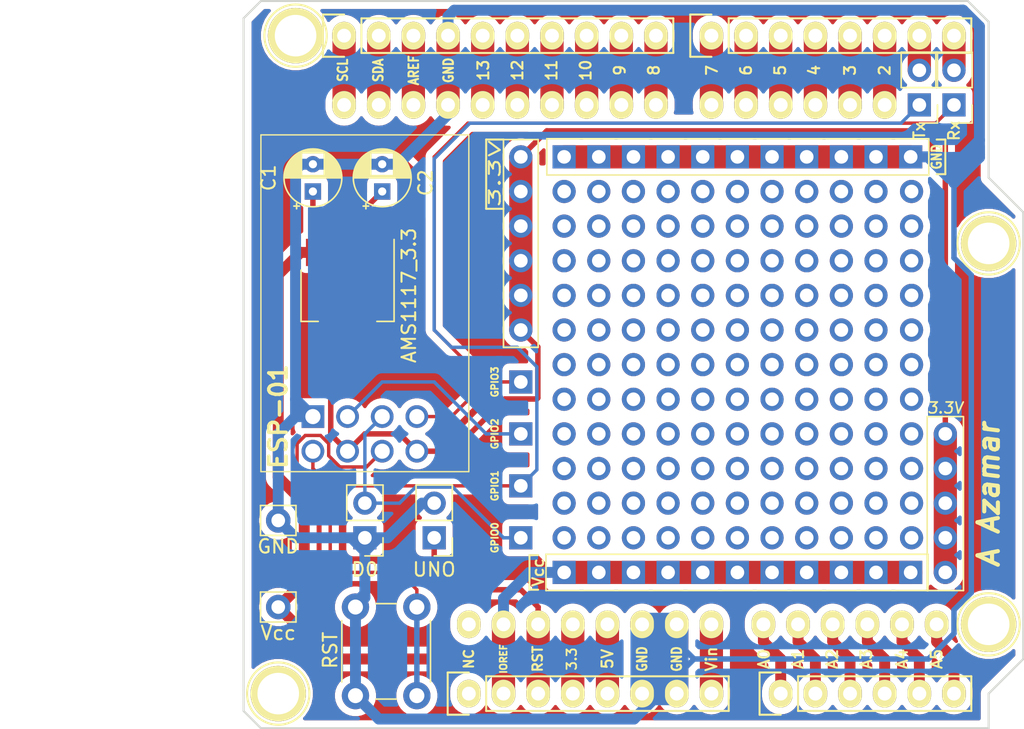
<source format=kicad_pcb>
(kicad_pcb (version 20171130) (host pcbnew "(5.1.10)-1")
  (title_block (date "lun. 30 mars 2015"))
  (layers (0 F.Cu signal hide) (31 B.Cu signal hide) (34 B.Paste user) (35 F.Paste user) (36 B.SilkS user) (37 F.SilkS user) (38 B.Mask user) (39 F.Mask user) (44 Edge.Cuts user))
  (net 0 "")
  (net 1 /IOREF)
  (net 2 /Reset)
  (net 3 +5V)
  (net 4 GND)
  (net 5 /Vin)
  (net 6 /A0)
  (net 7 /A1)
  (net 8 /A2)
  (net 9 /A3)
  (net 10 /AREF)
  (net 11 "/A4(SDA)")
  (net 12 "/A5(SCL)")
  (net 13 "/9(**)")
  (net 14 /8)
  (net 15 /7)
  (net 16 "/6(**)")
  (net 17 "/5(**)")
  (net 18 /4)
  (net 19 "/3(**)")
  (net 20 /2)
  (net 21 "/1(Tx)")
  (net 22 "/0(Rx)")
  (net 23 "Net-(P5-Pad1)")
  (net 24 "Net-(P6-Pad1)")
  (net 25 "Net-(P7-Pad1)")
  (net 26 "Net-(P8-Pad1)")
  (net 27 "/13(SCK)")
  (net 28 "/10(**/SS)")
  (net 29 "Net-(P1-Pad1)")
  (net 30 +3V3)
  (net 31 "/12(MISO)")
  (net 32 "/11(**/MOSI)")
  (net 33 /3.3V)
  (net 34 /GPIO0)
  (net 35 /GPIO1)
  (net 36 /GPIO2)
  (net 37 /GPIO3)
  (net 38 "Net-(IC1-Pad7)")
  (net 39 "Net-(P9-Pad1)")
  (net 40 /SCL)
  (net 41 /SDA)
  (net 42 "Net-(J2-Pad1)")
  (net 43 "Net-(J2-Pad2)")
  (net 44 "Net-(J2-Pad3)")
  (net 45 "Net-(J2-Pad4)")
  (net 46 "Net-(J2-Pad5)")
  (net 47 "Net-(J2-Pad6)")
  (net 48 "Net-(J2-Pad7)")
  (net 49 "Net-(J2-Pad8)")
  (net 50 "Net-(J2-Pad9)")
  (net 51 "Net-(J2-Pad10)")
  (net 52 "Net-(J2-Pad11)")
  (net 53 "Net-(J3-Pad1)")
  (net 54 "Net-(J3-Pad2)")
  (net 55 "Net-(J3-Pad3)")
  (net 56 "Net-(J3-Pad4)")
  (net 57 "Net-(J3-Pad5)")
  (net 58 "Net-(J3-Pad6)")
  (net 59 "Net-(J3-Pad7)")
  (net 60 "Net-(J3-Pad8)")
  (net 61 "Net-(J3-Pad9)")
  (net 62 "Net-(J3-Pad10)")
  (net 63 "Net-(J3-Pad11)")
  (net 64 "Net-(J5-Pad1)")
  (net 65 "Net-(J5-Pad2)")
  (net 66 "Net-(J5-Pad3)")
  (net 67 "Net-(J5-Pad4)")
  (net 68 "Net-(J5-Pad5)")
  (net 69 "Net-(J5-Pad6)")
  (net 70 "Net-(J5-Pad7)")
  (net 71 "Net-(J5-Pad8)")
  (net 72 "Net-(J5-Pad9)")
  (net 73 "Net-(J5-Pad10)")
  (net 74 "Net-(J5-Pad11)")
  (net 75 "Net-(J6-Pad1)")
  (net 76 "Net-(J6-Pad2)")
  (net 77 "Net-(J6-Pad3)")
  (net 78 "Net-(J6-Pad4)")
  (net 79 "Net-(J6-Pad5)")
  (net 80 "Net-(J6-Pad6)")
  (net 81 "Net-(J6-Pad7)")
  (net 82 "Net-(J6-Pad8)")
  (net 83 "Net-(J6-Pad9)")
  (net 84 "Net-(J6-Pad10)")
  (net 85 "Net-(J6-Pad11)")
  (net 86 "Net-(J7-Pad1)")
  (net 87 "Net-(J7-Pad2)")
  (net 88 "Net-(J7-Pad3)")
  (net 89 "Net-(J7-Pad4)")
  (net 90 "Net-(J7-Pad5)")
  (net 91 "Net-(J7-Pad6)")
  (net 92 "Net-(J7-Pad7)")
  (net 93 "Net-(J7-Pad8)")
  (net 94 "Net-(J7-Pad9)")
  (net 95 "Net-(J7-Pad10)")
  (net 96 "Net-(J7-Pad11)")
  (net 97 "Net-(J8-Pad1)")
  (net 98 "Net-(J8-Pad2)")
  (net 99 "Net-(J8-Pad3)")
  (net 100 "Net-(J8-Pad4)")
  (net 101 "Net-(J8-Pad5)")
  (net 102 "Net-(J8-Pad6)")
  (net 103 "Net-(J8-Pad7)")
  (net 104 "Net-(J8-Pad8)")
  (net 105 "Net-(J8-Pad9)")
  (net 106 "Net-(J8-Pad10)")
  (net 107 "Net-(J8-Pad11)")
  (net 108 "Net-(J9-Pad1)")
  (net 109 "Net-(J9-Pad2)")
  (net 110 "Net-(J9-Pad3)")
  (net 111 "Net-(J9-Pad4)")
  (net 112 "Net-(J9-Pad5)")
  (net 113 "Net-(J9-Pad6)")
  (net 114 "Net-(J9-Pad7)")
  (net 115 "Net-(J9-Pad8)")
  (net 116 "Net-(J9-Pad9)")
  (net 117 "Net-(J9-Pad10)")
  (net 118 "Net-(J9-Pad11)")
  (net 119 "Net-(J10-Pad1)")
  (net 120 "Net-(J10-Pad2)")
  (net 121 "Net-(J10-Pad3)")
  (net 122 "Net-(J10-Pad4)")
  (net 123 "Net-(J10-Pad5)")
  (net 124 "Net-(J10-Pad6)")
  (net 125 "Net-(J10-Pad7)")
  (net 126 "Net-(J10-Pad8)")
  (net 127 "Net-(J10-Pad9)")
  (net 128 "Net-(J10-Pad10)")
  (net 129 "Net-(J10-Pad11)")
  (net 130 "Net-(J11-Pad1)")
  (net 131 "Net-(J11-Pad2)")
  (net 132 "Net-(J11-Pad3)")
  (net 133 "Net-(J11-Pad4)")
  (net 134 "Net-(J11-Pad5)")
  (net 135 "Net-(J11-Pad6)")
  (net 136 "Net-(J11-Pad7)")
  (net 137 "Net-(J11-Pad8)")
  (net 138 "Net-(J11-Pad9)")
  (net 139 "Net-(J11-Pad10)")
  (net 140 "Net-(J11-Pad11)")
  (net 141 "Net-(J12-Pad1)")
  (net 142 "Net-(J12-Pad2)")
  (net 143 "Net-(J12-Pad3)")
  (net 144 "Net-(J12-Pad4)")
  (net 145 "Net-(J12-Pad5)")
  (net 146 "Net-(J12-Pad6)")
  (net 147 "Net-(J12-Pad7)")
  (net 148 "Net-(J12-Pad8)")
  (net 149 "Net-(J12-Pad9)")
  (net 150 "Net-(J12-Pad10)")
  (net 151 "Net-(J12-Pad11)")
  (net 152 "Net-(J13-Pad1)")
  (net 153 "Net-(J13-Pad2)")
  (net 154 "Net-(J13-Pad3)")
  (net 155 "Net-(J13-Pad4)")
  (net 156 "Net-(J13-Pad5)")
  (net 157 "Net-(J13-Pad6)")
  (net 158 "Net-(J13-Pad7)")
  (net 159 "Net-(J13-Pad8)")
  (net 160 "Net-(J13-Pad9)")
  (net 161 "Net-(J13-Pad10)")
  (net 162 "Net-(J13-Pad11)")
  (module Connectors:PinHeader_1x05_P2.54mm_Vertical (layer F.Cu) (at 173.863 104.775)
    (fp_text reference GND2)
    (fp_text value Conn_01x05)
    (pad 1 thru_hole oval (at 0 0) (size 1.7 1.7) (drill 1) (layers *.Cu *.Mask) (net 33 /3.3V))
    (pad 2 thru_hole oval (at 0 2.54) (size 1.7 1.7) (drill 1) (layers *.Cu *.Mask) (net 33 /3.3V))
    (pad 3 thru_hole oval (at 0 5.08) (size 1.7 1.7) (drill 1) (layers *.Cu *.Mask) (net 33 /3.3V))
    (pad 4 thru_hole oval (at 0 7.62) (size 1.7 1.7) (drill 1) (layers *.Cu *.Mask) (net 33 /3.3V))
    (pad 5 thru_hole oval (at 0 10.16) (size 1.7 1.7) (drill 1) (layers *.Cu *.Mask) (net 33 /3.3V))
  )
  (module Connectors:Pin11 (layer F.Cu) (at 171.388001 86.995)
    (fp_text reference J13)
    (fp_text value Conn_01x11)
    (pad 1 thru_hole circle (at 0 0) (size 1.7 1.7) (drill 1) (layers *.Cu *.Mask) (net 152 "Net-(J13-Pad1)"))
    (pad 2 thru_hole oval (at 0 2.54) (size 1.7 1.7) (drill 1) (layers *.Cu *.Mask) (net 153 "Net-(J13-Pad2)"))
    (pad 3 thru_hole oval (at 0 5.08) (size 1.7 1.7) (drill 1) (layers *.Cu *.Mask) (net 154 "Net-(J13-Pad3)"))
    (pad 4 thru_hole oval (at 0 7.62) (size 1.7 1.7) (drill 1) (layers *.Cu *.Mask) (net 155 "Net-(J13-Pad4)"))
    (pad 5 thru_hole oval (at 0 10.16) (size 1.7 1.7) (drill 1) (layers *.Cu *.Mask) (net 156 "Net-(J13-Pad5)"))
    (pad 6 thru_hole oval (at 0 12.7) (size 1.7 1.7) (drill 1) (layers *.Cu *.Mask) (net 157 "Net-(J13-Pad6)"))
    (pad 7 thru_hole oval (at 0 15.24) (size 1.7 1.7) (drill 1) (layers *.Cu *.Mask) (net 158 "Net-(J13-Pad7)"))
    (pad 8 thru_hole oval (at 0 17.78) (size 1.7 1.7) (drill 1) (layers *.Cu *.Mask) (net 159 "Net-(J13-Pad8)"))
    (pad 9 thru_hole oval (at 0 20.32) (size 1.7 1.7) (drill 1) (layers *.Cu *.Mask) (net 160 "Net-(J13-Pad9)"))
    (pad 10 thru_hole oval (at 0 22.86) (size 1.7 1.7) (drill 1) (layers *.Cu *.Mask) (net 161 "Net-(J13-Pad10)"))
    (pad 11 thru_hole oval (at 0 25.4) (size 1.7 1.7) (drill 1) (layers *.Cu *.Mask) (net 162 "Net-(J13-Pad11)"))
  )
  (module Connectors:Pin11 (layer F.Cu) (at 168.783 86.995)
    (fp_text reference J12)
    (fp_text value Conn_01x11)
    (pad 1 thru_hole circle (at 0 0) (size 1.7 1.7) (drill 1) (layers *.Cu *.Mask) (net 141 "Net-(J12-Pad1)"))
    (pad 2 thru_hole oval (at 0 2.54) (size 1.7 1.7) (drill 1) (layers *.Cu *.Mask) (net 142 "Net-(J12-Pad2)"))
    (pad 3 thru_hole oval (at 0 5.08) (size 1.7 1.7) (drill 1) (layers *.Cu *.Mask) (net 143 "Net-(J12-Pad3)"))
    (pad 4 thru_hole oval (at 0 7.62) (size 1.7 1.7) (drill 1) (layers *.Cu *.Mask) (net 144 "Net-(J12-Pad4)"))
    (pad 5 thru_hole oval (at 0 10.16) (size 1.7 1.7) (drill 1) (layers *.Cu *.Mask) (net 145 "Net-(J12-Pad5)"))
    (pad 6 thru_hole oval (at 0 12.7) (size 1.7 1.7) (drill 1) (layers *.Cu *.Mask) (net 146 "Net-(J12-Pad6)"))
    (pad 7 thru_hole oval (at 0 15.24) (size 1.7 1.7) (drill 1) (layers *.Cu *.Mask) (net 147 "Net-(J12-Pad7)"))
    (pad 8 thru_hole oval (at 0 17.78) (size 1.7 1.7) (drill 1) (layers *.Cu *.Mask) (net 148 "Net-(J12-Pad8)"))
    (pad 9 thru_hole oval (at 0 20.32) (size 1.7 1.7) (drill 1) (layers *.Cu *.Mask) (net 149 "Net-(J12-Pad9)"))
    (pad 10 thru_hole oval (at 0 22.86) (size 1.7 1.7) (drill 1) (layers *.Cu *.Mask) (net 150 "Net-(J12-Pad10)"))
    (pad 11 thru_hole oval (at 0 25.4) (size 1.7 1.7) (drill 1) (layers *.Cu *.Mask) (net 151 "Net-(J12-Pad11)"))
  )
  (module Connectors:Pin11 (layer F.Cu) (at 166.243 86.995)
    (fp_text reference J11)
    (fp_text value Conn_01x11)
    (pad 1 thru_hole circle (at 0 0) (size 1.7 1.7) (drill 1) (layers *.Cu *.Mask) (net 130 "Net-(J11-Pad1)"))
    (pad 2 thru_hole oval (at 0 2.54) (size 1.7 1.7) (drill 1) (layers *.Cu *.Mask) (net 131 "Net-(J11-Pad2)"))
    (pad 3 thru_hole oval (at 0 5.08) (size 1.7 1.7) (drill 1) (layers *.Cu *.Mask) (net 132 "Net-(J11-Pad3)"))
    (pad 4 thru_hole oval (at 0 7.62) (size 1.7 1.7) (drill 1) (layers *.Cu *.Mask) (net 133 "Net-(J11-Pad4)"))
    (pad 5 thru_hole oval (at 0 10.16) (size 1.7 1.7) (drill 1) (layers *.Cu *.Mask) (net 134 "Net-(J11-Pad5)"))
    (pad 6 thru_hole oval (at 0 12.7) (size 1.7 1.7) (drill 1) (layers *.Cu *.Mask) (net 135 "Net-(J11-Pad6)"))
    (pad 7 thru_hole oval (at 0 15.24) (size 1.7 1.7) (drill 1) (layers *.Cu *.Mask) (net 136 "Net-(J11-Pad7)"))
    (pad 8 thru_hole oval (at 0 17.78) (size 1.7 1.7) (drill 1) (layers *.Cu *.Mask) (net 137 "Net-(J11-Pad8)"))
    (pad 9 thru_hole oval (at 0 20.32) (size 1.7 1.7) (drill 1) (layers *.Cu *.Mask) (net 138 "Net-(J11-Pad9)"))
    (pad 10 thru_hole oval (at 0 22.86) (size 1.7 1.7) (drill 1) (layers *.Cu *.Mask) (net 139 "Net-(J11-Pad10)"))
    (pad 11 thru_hole oval (at 0 25.4) (size 1.7 1.7) (drill 1) (layers *.Cu *.Mask) (net 140 "Net-(J11-Pad11)"))
  )
  (module Connectors:Pin11 (layer F.Cu) (at 163.703 86.995)
    (fp_text reference J10)
    (fp_text value Conn_01x11)
    (pad 1 thru_hole circle (at 0 0) (size 1.7 1.7) (drill 1) (layers *.Cu *.Mask) (net 119 "Net-(J10-Pad1)"))
    (pad 2 thru_hole oval (at 0 2.54) (size 1.7 1.7) (drill 1) (layers *.Cu *.Mask) (net 120 "Net-(J10-Pad2)"))
    (pad 3 thru_hole oval (at 0 5.08) (size 1.7 1.7) (drill 1) (layers *.Cu *.Mask) (net 121 "Net-(J10-Pad3)"))
    (pad 4 thru_hole oval (at 0 7.62) (size 1.7 1.7) (drill 1) (layers *.Cu *.Mask) (net 122 "Net-(J10-Pad4)"))
    (pad 5 thru_hole oval (at 0 10.16) (size 1.7 1.7) (drill 1) (layers *.Cu *.Mask) (net 123 "Net-(J10-Pad5)"))
    (pad 6 thru_hole oval (at 0 12.7) (size 1.7 1.7) (drill 1) (layers *.Cu *.Mask) (net 124 "Net-(J10-Pad6)"))
    (pad 7 thru_hole oval (at 0 15.24) (size 1.7 1.7) (drill 1) (layers *.Cu *.Mask) (net 125 "Net-(J10-Pad7)"))
    (pad 8 thru_hole oval (at 0 17.78) (size 1.7 1.7) (drill 1) (layers *.Cu *.Mask) (net 126 "Net-(J10-Pad8)"))
    (pad 9 thru_hole oval (at 0 20.32) (size 1.7 1.7) (drill 1) (layers *.Cu *.Mask) (net 127 "Net-(J10-Pad9)"))
    (pad 10 thru_hole oval (at 0 22.86) (size 1.7 1.7) (drill 1) (layers *.Cu *.Mask) (net 128 "Net-(J10-Pad10)"))
    (pad 11 thru_hole oval (at 0 25.4) (size 1.7 1.7) (drill 1) (layers *.Cu *.Mask) (net 129 "Net-(J10-Pad11)"))
  )
  (module Connectors:Pin11 (layer F.Cu) (at 161.163 86.995)
    (fp_text reference J9)
    (fp_text value Conn_01x11)
    (pad 1 thru_hole circle (at 0 0) (size 1.7 1.7) (drill 1) (layers *.Cu *.Mask) (net 108 "Net-(J9-Pad1)"))
    (pad 2 thru_hole oval (at 0 2.54) (size 1.7 1.7) (drill 1) (layers *.Cu *.Mask) (net 109 "Net-(J9-Pad2)"))
    (pad 3 thru_hole oval (at 0 5.08) (size 1.7 1.7) (drill 1) (layers *.Cu *.Mask) (net 110 "Net-(J9-Pad3)"))
    (pad 4 thru_hole oval (at 0 7.62) (size 1.7 1.7) (drill 1) (layers *.Cu *.Mask) (net 111 "Net-(J9-Pad4)"))
    (pad 5 thru_hole oval (at 0 10.16) (size 1.7 1.7) (drill 1) (layers *.Cu *.Mask) (net 112 "Net-(J9-Pad5)"))
    (pad 6 thru_hole oval (at 0 12.7) (size 1.7 1.7) (drill 1) (layers *.Cu *.Mask) (net 113 "Net-(J9-Pad6)"))
    (pad 7 thru_hole oval (at 0 15.24) (size 1.7 1.7) (drill 1) (layers *.Cu *.Mask) (net 114 "Net-(J9-Pad7)"))
    (pad 8 thru_hole oval (at 0 17.78) (size 1.7 1.7) (drill 1) (layers *.Cu *.Mask) (net 115 "Net-(J9-Pad8)"))
    (pad 9 thru_hole oval (at 0 20.32) (size 1.7 1.7) (drill 1) (layers *.Cu *.Mask) (net 116 "Net-(J9-Pad9)"))
    (pad 10 thru_hole oval (at 0 22.86) (size 1.7 1.7) (drill 1) (layers *.Cu *.Mask) (net 117 "Net-(J9-Pad10)"))
    (pad 11 thru_hole oval (at 0 25.4) (size 1.7 1.7) (drill 1) (layers *.Cu *.Mask) (net 118 "Net-(J9-Pad11)"))
  )
  (module Connectors:Pin11 (layer F.Cu) (at 158.623 86.995)
    (fp_text reference J8)
    (fp_text value Conn_01x11)
    (pad 1 thru_hole circle (at 0 0) (size 1.7 1.7) (drill 1) (layers *.Cu *.Mask) (net 97 "Net-(J8-Pad1)"))
    (pad 2 thru_hole oval (at 0 2.54) (size 1.7 1.7) (drill 1) (layers *.Cu *.Mask) (net 98 "Net-(J8-Pad2)"))
    (pad 3 thru_hole oval (at 0 5.08) (size 1.7 1.7) (drill 1) (layers *.Cu *.Mask) (net 99 "Net-(J8-Pad3)"))
    (pad 4 thru_hole oval (at 0 7.62) (size 1.7 1.7) (drill 1) (layers *.Cu *.Mask) (net 100 "Net-(J8-Pad4)"))
    (pad 5 thru_hole oval (at 0 10.16) (size 1.7 1.7) (drill 1) (layers *.Cu *.Mask) (net 101 "Net-(J8-Pad5)"))
    (pad 6 thru_hole oval (at 0 12.7) (size 1.7 1.7) (drill 1) (layers *.Cu *.Mask) (net 102 "Net-(J8-Pad6)"))
    (pad 7 thru_hole oval (at 0 15.24) (size 1.7 1.7) (drill 1) (layers *.Cu *.Mask) (net 103 "Net-(J8-Pad7)"))
    (pad 8 thru_hole oval (at 0 17.78) (size 1.7 1.7) (drill 1) (layers *.Cu *.Mask) (net 104 "Net-(J8-Pad8)"))
    (pad 9 thru_hole oval (at 0 20.32) (size 1.7 1.7) (drill 1) (layers *.Cu *.Mask) (net 105 "Net-(J8-Pad9)"))
    (pad 10 thru_hole oval (at 0 22.86) (size 1.7 1.7) (drill 1) (layers *.Cu *.Mask) (net 106 "Net-(J8-Pad10)"))
    (pad 11 thru_hole oval (at 0 25.4) (size 1.7 1.7) (drill 1) (layers *.Cu *.Mask) (net 107 "Net-(J8-Pad11)"))
  )
  (module Connectors:Pin11 (layer F.Cu) (at 156.083 86.995)
    (fp_text reference J7)
    (fp_text value Conn_01x11)
    (pad 1 thru_hole circle (at 0 0) (size 1.7 1.7) (drill 1) (layers *.Cu *.Mask) (net 86 "Net-(J7-Pad1)"))
    (pad 2 thru_hole oval (at 0 2.54) (size 1.7 1.7) (drill 1) (layers *.Cu *.Mask) (net 87 "Net-(J7-Pad2)"))
    (pad 3 thru_hole oval (at 0 5.08) (size 1.7 1.7) (drill 1) (layers *.Cu *.Mask) (net 88 "Net-(J7-Pad3)"))
    (pad 4 thru_hole oval (at 0 7.62) (size 1.7 1.7) (drill 1) (layers *.Cu *.Mask) (net 89 "Net-(J7-Pad4)"))
    (pad 5 thru_hole oval (at 0 10.16) (size 1.7 1.7) (drill 1) (layers *.Cu *.Mask) (net 90 "Net-(J7-Pad5)"))
    (pad 6 thru_hole oval (at 0 12.7) (size 1.7 1.7) (drill 1) (layers *.Cu *.Mask) (net 91 "Net-(J7-Pad6)"))
    (pad 7 thru_hole oval (at 0 15.24) (size 1.7 1.7) (drill 1) (layers *.Cu *.Mask) (net 92 "Net-(J7-Pad7)"))
    (pad 8 thru_hole oval (at 0 17.78) (size 1.7 1.7) (drill 1) (layers *.Cu *.Mask) (net 93 "Net-(J7-Pad8)"))
    (pad 9 thru_hole oval (at 0 20.32) (size 1.7 1.7) (drill 1) (layers *.Cu *.Mask) (net 94 "Net-(J7-Pad9)"))
    (pad 10 thru_hole oval (at 0 22.86) (size 1.7 1.7) (drill 1) (layers *.Cu *.Mask) (net 95 "Net-(J7-Pad10)"))
    (pad 11 thru_hole oval (at 0 25.4) (size 1.7 1.7) (drill 1) (layers *.Cu *.Mask) (net 96 "Net-(J7-Pad11)"))
  )
  (module Connectors:Pin11 (layer F.Cu) (at 153.543 86.995)
    (fp_text reference J6)
    (fp_text value Conn_01x11)
    (pad 1 thru_hole circle (at 0 0) (size 1.7 1.7) (drill 1) (layers *.Cu *.Mask) (net 75 "Net-(J6-Pad1)"))
    (pad 2 thru_hole oval (at 0 2.54) (size 1.7 1.7) (drill 1) (layers *.Cu *.Mask) (net 76 "Net-(J6-Pad2)"))
    (pad 3 thru_hole oval (at 0 5.08) (size 1.7 1.7) (drill 1) (layers *.Cu *.Mask) (net 77 "Net-(J6-Pad3)"))
    (pad 4 thru_hole oval (at 0 7.62) (size 1.7 1.7) (drill 1) (layers *.Cu *.Mask) (net 78 "Net-(J6-Pad4)"))
    (pad 5 thru_hole oval (at 0 10.16) (size 1.7 1.7) (drill 1) (layers *.Cu *.Mask) (net 79 "Net-(J6-Pad5)"))
    (pad 6 thru_hole oval (at 0 12.7) (size 1.7 1.7) (drill 1) (layers *.Cu *.Mask) (net 80 "Net-(J6-Pad6)"))
    (pad 7 thru_hole oval (at 0 15.24) (size 1.7 1.7) (drill 1) (layers *.Cu *.Mask) (net 81 "Net-(J6-Pad7)"))
    (pad 8 thru_hole oval (at 0 17.78) (size 1.7 1.7) (drill 1) (layers *.Cu *.Mask) (net 82 "Net-(J6-Pad8)"))
    (pad 9 thru_hole oval (at 0 20.32) (size 1.7 1.7) (drill 1) (layers *.Cu *.Mask) (net 83 "Net-(J6-Pad9)"))
    (pad 10 thru_hole oval (at 0 22.86) (size 1.7 1.7) (drill 1) (layers *.Cu *.Mask) (net 84 "Net-(J6-Pad10)"))
    (pad 11 thru_hole oval (at 0 25.4) (size 1.7 1.7) (drill 1) (layers *.Cu *.Mask) (net 85 "Net-(J6-Pad11)"))
  )
  (module Connectors:Pin11 (layer F.Cu) (at 151.003 86.995)
    (fp_text reference J5)
    (fp_text value Conn_01x11)
    (pad 1 thru_hole circle (at 0 0) (size 1.7 1.7) (drill 1) (layers *.Cu *.Mask) (net 64 "Net-(J5-Pad1)"))
    (pad 2 thru_hole oval (at 0 2.54) (size 1.7 1.7) (drill 1) (layers *.Cu *.Mask) (net 65 "Net-(J5-Pad2)"))
    (pad 3 thru_hole oval (at 0 5.08) (size 1.7 1.7) (drill 1) (layers *.Cu *.Mask) (net 66 "Net-(J5-Pad3)"))
    (pad 4 thru_hole oval (at 0 7.62) (size 1.7 1.7) (drill 1) (layers *.Cu *.Mask) (net 67 "Net-(J5-Pad4)"))
    (pad 5 thru_hole oval (at 0 10.16) (size 1.7 1.7) (drill 1) (layers *.Cu *.Mask) (net 68 "Net-(J5-Pad5)"))
    (pad 6 thru_hole oval (at 0 12.7) (size 1.7 1.7) (drill 1) (layers *.Cu *.Mask) (net 69 "Net-(J5-Pad6)"))
    (pad 7 thru_hole oval (at 0 15.24) (size 1.7 1.7) (drill 1) (layers *.Cu *.Mask) (net 70 "Net-(J5-Pad7)"))
    (pad 8 thru_hole oval (at 0 17.78) (size 1.7 1.7) (drill 1) (layers *.Cu *.Mask) (net 71 "Net-(J5-Pad8)"))
    (pad 9 thru_hole oval (at 0 20.32) (size 1.7 1.7) (drill 1) (layers *.Cu *.Mask) (net 72 "Net-(J5-Pad9)"))
    (pad 10 thru_hole oval (at 0 22.86) (size 1.7 1.7) (drill 1) (layers *.Cu *.Mask) (net 73 "Net-(J5-Pad10)"))
    (pad 11 thru_hole oval (at 0 25.4) (size 1.7 1.7) (drill 1) (layers *.Cu *.Mask) (net 74 "Net-(J5-Pad11)"))
  )
  (module Connectors:Pin11 (layer F.Cu) (at 148.463 86.995)
    (fp_text reference J3)
    (fp_text value Conn_01x11)
    (pad 1 thru_hole circle (at 0 0) (size 1.7 1.7) (drill 1) (layers *.Cu *.Mask) (net 53 "Net-(J3-Pad1)"))
    (pad 2 thru_hole oval (at 0 2.54) (size 1.7 1.7) (drill 1) (layers *.Cu *.Mask) (net 54 "Net-(J3-Pad2)"))
    (pad 3 thru_hole oval (at 0 5.08) (size 1.7 1.7) (drill 1) (layers *.Cu *.Mask) (net 55 "Net-(J3-Pad3)"))
    (pad 4 thru_hole oval (at 0 7.62) (size 1.7 1.7) (drill 1) (layers *.Cu *.Mask) (net 56 "Net-(J3-Pad4)"))
    (pad 5 thru_hole oval (at 0 10.16) (size 1.7 1.7) (drill 1) (layers *.Cu *.Mask) (net 57 "Net-(J3-Pad5)"))
    (pad 6 thru_hole oval (at 0 12.7) (size 1.7 1.7) (drill 1) (layers *.Cu *.Mask) (net 58 "Net-(J3-Pad6)"))
    (pad 7 thru_hole oval (at 0 15.24) (size 1.7 1.7) (drill 1) (layers *.Cu *.Mask) (net 59 "Net-(J3-Pad7)"))
    (pad 8 thru_hole oval (at 0 17.78) (size 1.7 1.7) (drill 1) (layers *.Cu *.Mask) (net 60 "Net-(J3-Pad8)"))
    (pad 9 thru_hole oval (at 0 20.32) (size 1.7 1.7) (drill 1) (layers *.Cu *.Mask) (net 61 "Net-(J3-Pad9)"))
    (pad 10 thru_hole oval (at 0 22.86) (size 1.7 1.7) (drill 1) (layers *.Cu *.Mask) (net 62 "Net-(J3-Pad10)"))
    (pad 11 thru_hole oval (at 0 25.4) (size 1.7 1.7) (drill 1) (layers *.Cu *.Mask) (net 63 "Net-(J3-Pad11)"))
  )
  (module Connectors:Pin11 (layer F.Cu) (at 145.923 86.995)
    (fp_text reference J2)
    (fp_text value Conn_01x11)
    (pad 1 thru_hole circle (at 0 0) (size 1.7 1.7) (drill 1) (layers *.Cu *.Mask) (net 42 "Net-(J2-Pad1)"))
    (pad 2 thru_hole oval (at 0 2.54) (size 1.7 1.7) (drill 1) (layers *.Cu *.Mask) (net 43 "Net-(J2-Pad2)"))
    (pad 3 thru_hole oval (at 0 5.08) (size 1.7 1.7) (drill 1) (layers *.Cu *.Mask) (net 44 "Net-(J2-Pad3)"))
    (pad 4 thru_hole oval (at 0 7.62) (size 1.7 1.7) (drill 1) (layers *.Cu *.Mask) (net 45 "Net-(J2-Pad4)"))
    (pad 5 thru_hole oval (at 0 10.16) (size 1.7 1.7) (drill 1) (layers *.Cu *.Mask) (net 46 "Net-(J2-Pad5)"))
    (pad 6 thru_hole oval (at 0 12.7) (size 1.7 1.7) (drill 1) (layers *.Cu *.Mask) (net 47 "Net-(J2-Pad6)"))
    (pad 7 thru_hole oval (at 0 15.24) (size 1.7 1.7) (drill 1) (layers *.Cu *.Mask) (net 48 "Net-(J2-Pad7)"))
    (pad 8 thru_hole oval (at 0 17.78) (size 1.7 1.7) (drill 1) (layers *.Cu *.Mask) (net 49 "Net-(J2-Pad8)"))
    (pad 9 thru_hole oval (at 0 20.32) (size 1.7 1.7) (drill 1) (layers *.Cu *.Mask) (net 50 "Net-(J2-Pad9)"))
    (pad 10 thru_hole oval (at 0 22.86) (size 1.7 1.7) (drill 1) (layers *.Cu *.Mask) (net 51 "Net-(J2-Pad10)"))
    (pad 11 thru_hole oval (at 0 25.4) (size 1.7 1.7) (drill 1) (layers *.Cu *.Mask) (net 52 "Net-(J2-Pad11)"))
  )
  (module Connectors:Pin_11_GND (layer F.Cu) (at 171.323 114.935 270)
    (fp_text reference J4)
    (fp_text value Conn_01x11)
    (pad 1 thru_hole rect (at 0 0 270) (size 1.7 1.7) (drill 1) (layers *.Cu *.Mask) (net 1 /IOREF))
    (pad 2 thru_hole rect (at 0 2.54 270) (size 1.7 1.7) (drill 1) (layers *.Cu *.Mask) (net 1 /IOREF))
    (pad 3 thru_hole rect (at 0 5.08 270) (size 1.7 1.7) (drill 1) (layers *.Cu *.Mask) (net 1 /IOREF))
    (pad 4 thru_hole rect (at 0 7.62 270) (size 1.7 1.7) (drill 1) (layers *.Cu *.Mask) (net 1 /IOREF))
    (pad 5 thru_hole rect (at 0 10.16 270) (size 1.7 1.7) (drill 1) (layers *.Cu *.Mask) (net 1 /IOREF))
    (pad 6 thru_hole rect (at 0 12.7 270) (size 1.7 1.7) (drill 1) (layers *.Cu *.Mask) (net 1 /IOREF))
    (pad 7 thru_hole rect (at 0 15.24 270) (size 1.7 1.7) (drill 1) (layers *.Cu *.Mask) (net 1 /IOREF))
    (pad 8 thru_hole rect (at 0 17.78 270) (size 1.7 1.7) (drill 1) (layers *.Cu *.Mask) (net 1 /IOREF))
    (pad 9 thru_hole rect (at 0 20.32 270) (size 1.7 1.7) (drill 1) (layers *.Cu *.Mask) (net 1 /IOREF))
    (pad 10 thru_hole rect (at 0 22.86 270) (size 1.7 1.7) (drill 1) (layers *.Cu *.Mask) (net 1 /IOREF))
    (pad 11 thru_hole rect (at 0 25.4 270) (size 1.7 1.7) (drill 1) (layers *.Cu *.Mask) (net 1 /IOREF))
  )
  (module Connectors:Pin_11_GND (layer F.Cu) (at 145.923 84.455 90)
    (fp_text reference J1)
    (fp_text value Conn_01x11)
    (pad 1 thru_hole rect (at 0 0 90) (size 1.7 1.7) (drill 1) (layers *.Cu *.Mask) (net 4 GND))
    (pad 2 thru_hole rect (at 0 2.54 90) (size 1.7 1.7) (drill 1) (layers *.Cu *.Mask) (net 4 GND))
    (pad 3 thru_hole rect (at 0 5.08 90) (size 1.7 1.7) (drill 1) (layers *.Cu *.Mask) (net 4 GND))
    (pad 4 thru_hole rect (at 0 7.62 90) (size 1.7 1.7) (drill 1) (layers *.Cu *.Mask) (net 4 GND))
    (pad 5 thru_hole rect (at 0 10.16 90) (size 1.7 1.7) (drill 1) (layers *.Cu *.Mask) (net 4 GND))
    (pad 6 thru_hole rect (at 0 12.7 90) (size 1.7 1.7) (drill 1) (layers *.Cu *.Mask) (net 4 GND))
    (pad 7 thru_hole rect (at 0 15.24 90) (size 1.7 1.7) (drill 1) (layers *.Cu *.Mask) (net 4 GND))
    (pad 8 thru_hole rect (at 0 17.78 90) (size 1.7 1.7) (drill 1) (layers *.Cu *.Mask) (net 4 GND))
    (pad 9 thru_hole rect (at 0 20.32 90) (size 1.7 1.7) (drill 1) (layers *.Cu *.Mask) (net 4 GND))
    (pad 10 thru_hole rect (at 0 22.86 90) (size 1.7 1.7) (drill 1) (layers *.Cu *.Mask) (net 4 GND))
    (pad 11 thru_hole rect (at 0 25.4 90) (size 1.7 1.7) (drill 1) (layers *.Cu *.Mask) (net 4 GND))
  )
  (module Connectors:PinHeader_1x06_P2.54mm_Vertical (layer F.Cu) (at 142.748 84.455)
    (fp_text reference P14)
    (fp_text value 3.3V)
    (pad 1 thru_hole oval (at 0 0) (size 1.7 1.7) (drill 1) (layers *.Cu *.Mask) (net 33 /3.3V))
    (pad 2 thru_hole oval (at 0 2.54) (size 1.7 1.7) (drill 1) (layers *.Cu *.Mask) (net 33 /3.3V))
    (pad 3 thru_hole oval (at 0 5.08) (size 1.7 1.7) (drill 1) (layers *.Cu *.Mask) (net 33 /3.3V))
    (pad 4 thru_hole oval (at 0 7.62) (size 1.7 1.7) (drill 1) (layers *.Cu *.Mask) (net 33 /3.3V))
    (pad 5 thru_hole oval (at 0 10.16) (size 1.7 1.7) (drill 1) (layers *.Cu *.Mask) (net 33 /3.3V))
    (pad 6 thru_hole oval (at 0 12.7) (size 1.7 1.7) (drill 1) (layers *.Cu *.Mask) (net 33 /3.3V))
  )
  (module ESP_01:ESP01 (layer F.Cu) (at 127.508 103.505)
    (fp_text reference ESP-01 (at -2.54 0 90) (layer F.SilkS) (effects (font (size 1.27 1.27) (thickness 0.254))))
    (fp_text value ESP-01 hide)
    (pad 8 thru_hole circle (at 7.62 2.54) (size 1.665 1.665) (drill 1.11) (layers *.Cu *.Mask) (net 33 /3.3V))
    (pad 7 thru_hole circle (at 5.08 2.54) (size 1.665 1.665) (drill 1.11) (layers *.Cu *.Mask) (net 38 "Net-(IC1-Pad7)"))
    (pad 6 thru_hole circle (at 2.54 2.54) (size 1.665 1.665) (drill 1.11) (layers *.Cu *.Mask) (net 33 /3.3V))
    (pad 5 thru_hole circle (at 0 2.54) (size 1.665 1.665) (drill 1.11) (layers *.Cu *.Mask) (net 35 /GPIO1))
    (pad 4 thru_hole circle (at 7.62 0) (size 1.665 1.665) (drill 1.11) (layers *.Cu *.Mask) (net 37 /GPIO3))
    (pad 3 thru_hole circle (at 5.08 0) (size 1.665 1.665) (drill 1.11) (layers *.Cu *.Mask) (net 34 /GPIO0))
    (pad 2 thru_hole circle (at 2.54 0) (size 1.665 1.665) (drill 1.11) (layers *.Cu *.Mask) (net 36 /GPIO2))
    (pad 1 thru_hole rect (at 0 0) (size 1.665 1.665) (drill 1.11) (layers *.Cu *.Mask) (net 4 GND))
  )
  (module Connectors:PinHeader_1x01_P2.54mm_Vertical (layer F.Cu) (at 142.748 100.965)
    (fp_text reference H5)
    (fp_text value GPIO3)
    (pad 1 thru_hole rect (at 0 0) (size 1.7 1.7) (drill 1) (layers *.Cu *.Mask) (net 37 /GPIO3))
  )
  (module Connectors:PinHeader_1x01_P2.54mm_Vertical (layer F.Cu) (at 142.748 104.775)
    (fp_text reference H4)
    (fp_text value GPIO2)
    (pad 1 thru_hole rect (at 0 0) (size 1.7 1.7) (drill 1) (layers *.Cu *.Mask) (net 36 /GPIO2))
  )
  (module Connectors:PinHeader_1x01_P2.54mm_Vertical (layer F.Cu) (at 142.748 108.585)
    (fp_text reference H3)
    (fp_text value GPIO1)
    (pad 1 thru_hole rect (at 0 0) (size 1.7 1.7) (drill 1) (layers *.Cu *.Mask) (net 35 /GPIO1))
  )
  (module Connectors:PinHeader_1x01_P2.54mm_Vertical (layer F.Cu) (at 142.748 112.395)
    (fp_text reference H2)
    (fp_text value GPIO0)
    (pad 1 thru_hole rect (at 0 0) (size 1.7 1.7) (drill 1) (layers *.Cu *.Mask) (net 34 /GPIO0))
  )
  (module Connectors:Socket_Strip_Arduino_1x06 (layer F.Cu) (at 156.718 80.645)
    (fp_text reference P12)
    (fp_text value Analog)
    (pad 1 thru_hole oval (at 0 0) (size 1.7272 2.032) (drill 1.016) (layers *.Cu *.Mask F.SilkS) (net 15 /7))
    (pad 2 thru_hole oval (at 2.54 0) (size 1.7272 2.032) (drill 1.016) (layers *.Cu *.Mask F.SilkS) (net 16 "/6(**)"))
    (pad 3 thru_hole oval (at 5.08 0) (size 1.7272 2.032) (drill 1.016) (layers *.Cu *.Mask F.SilkS) (net 17 "/5(**)"))
    (pad 4 thru_hole oval (at 7.62 0) (size 1.7272 2.032) (drill 1.016) (layers *.Cu *.Mask F.SilkS) (net 18 /4))
    (pad 5 thru_hole oval (at 10.16 0) (size 1.7272 2.032) (drill 1.016) (layers *.Cu *.Mask F.SilkS) (net 19 "/3(**)"))
    (pad 6 thru_hole oval (at 12.7 0) (size 1.7272 2.032) (drill 1.016) (layers *.Cu *.Mask F.SilkS) (net 20 /2))
  )
  (module Connector_Pin:Pin_D0.9mm_L10.0mm_W2.4mm_FlatFork (layer F.Cu) (at 124.968 111.125 180)
    (fp_text reference GND (at 0 -1.905) (layer F.SilkS))
    (fp_text value MountingHole_Pad)
    (pad 1 thru_hole circle (at 0 0 180) (size 1.8 1.8) (drill 1) (layers *.Cu *.Mask) (net 4 GND))
  )
  (module Connectors:Socket_Strip_Arduino_1x10 (layer F.Cu) (at 129.794 80.645)
    (fp_text reference P11)
    (fp_text value Digital)
    (pad 1 thru_hole oval (at 0 0) (size 1.7272 2.032) (drill 1.016) (layers *.Cu *.Mask F.SilkS) (net 40 /SCL))
    (pad 2 thru_hole oval (at 2.54 0) (size 1.7272 2.032) (drill 1.016) (layers *.Cu *.Mask F.SilkS) (net 41 /SDA))
    (pad 3 thru_hole oval (at 5.08 0) (size 1.7272 2.032) (drill 1.016) (layers *.Cu *.Mask F.SilkS) (net 10 /AREF))
    (pad 4 thru_hole oval (at 7.62 0) (size 1.7272 2.032) (drill 1.016) (layers *.Cu *.Mask F.SilkS) (net 4 GND))
    (pad 5 thru_hole oval (at 10.16 0) (size 1.7272 2.032) (drill 1.016) (layers *.Cu *.Mask F.SilkS) (net 27 "/13(SCK)"))
    (pad 6 thru_hole oval (at 12.7 0) (size 1.7272 2.032) (drill 1.016) (layers *.Cu *.Mask F.SilkS) (net 31 "/12(MISO)"))
    (pad 7 thru_hole oval (at 15.24 0) (size 1.7272 2.032) (drill 1.016) (layers *.Cu *.Mask F.SilkS) (net 32 "/11(**/MOSI)"))
    (pad 8 thru_hole oval (at 17.78 0) (size 1.7272 2.032) (drill 1.016) (layers *.Cu *.Mask F.SilkS) (net 28 "/10(**/SS)"))
    (pad 9 thru_hole oval (at 20.32 0) (size 1.7272 2.032) (drill 1.016) (layers *.Cu *.Mask F.SilkS) (net 13 "/9(**)"))
    (pad 10 thru_hole oval (at 22.86 0) (size 1.7272 2.032) (drill 1.016) (layers *.Cu *.Mask F.SilkS) (net 14 /8))
  )
  (module Connectors:Socket_Strip_Arduino_1x06 (layer F.Cu) (at 160.528 118.745)
    (fp_text reference P10)
    (fp_text value Analog)
    (pad 1 thru_hole oval (at 0 0) (size 1.7272 2.032) (drill 1.016) (layers *.Cu *.Mask F.SilkS) (net 6 /A0))
    (pad 2 thru_hole oval (at 2.54 0) (size 1.7272 2.032) (drill 1.016) (layers *.Cu *.Mask F.SilkS) (net 7 /A1))
    (pad 3 thru_hole oval (at 5.08 0) (size 1.7272 2.032) (drill 1.016) (layers *.Cu *.Mask F.SilkS) (net 8 /A2))
    (pad 4 thru_hole oval (at 7.62 0) (size 1.7272 2.032) (drill 1.016) (layers *.Cu *.Mask F.SilkS) (net 9 /A3))
    (pad 5 thru_hole oval (at 10.16 0) (size 1.7272 2.032) (drill 1.016) (layers *.Cu *.Mask F.SilkS) (net 11 "/A4(SDA)"))
    (pad 6 thru_hole oval (at 12.7 0) (size 1.7272 2.032) (drill 1.016) (layers *.Cu *.Mask F.SilkS) (net 12 "/A5(SCL)"))
  )
  (module Connectors:Socket_Strip_Arduino_1x08 (layer F.Cu) (at 138.938 118.745)
    (fp_text reference P9)
    (fp_text value Power)
    (pad 1 thru_hole oval (at 0 0) (size 1.7272 2.032) (drill 1.016) (layers *.Cu *.Mask F.SilkS) (net 39 "Net-(P9-Pad1)"))
    (pad 2 thru_hole oval (at 2.54 0) (size 1.7272 2.032) (drill 1.016) (layers *.Cu *.Mask F.SilkS) (net 1 /IOREF))
    (pad 3 thru_hole oval (at 5.08 0) (size 1.7272 2.032) (drill 1.016) (layers *.Cu *.Mask F.SilkS) (net 2 /Reset))
    (pad 4 thru_hole oval (at 7.62 0) (size 1.7272 2.032) (drill 1.016) (layers *.Cu *.Mask F.SilkS) (net 30 +3V3))
    (pad 5 thru_hole oval (at 10.16 0) (size 1.7272 2.032) (drill 1.016) (layers *.Cu *.Mask F.SilkS) (net 3 +5V))
    (pad 6 thru_hole oval (at 12.7 0) (size 1.7272 2.032) (drill 1.016) (layers *.Cu *.Mask F.SilkS) (net 4 GND))
    (pad 7 thru_hole oval (at 15.24 0) (size 1.7272 2.032) (drill 1.016) (layers *.Cu *.Mask F.SilkS) (net 4 GND))
    (pad 8 thru_hole oval (at 17.78 0) (size 1.7272 2.032) (drill 1.016) (layers *.Cu *.Mask F.SilkS) (net 5 /Vin))
  )
  (module Connector_PinHeader_2.54mm:PinHeader_1x02_P2.54mm_Vertical (layer F.Cu) (at 136.398 112.395 180)
    (fp_text reference UNO (at 0 -2.33) (layer F.SilkS))
    (fp_text value Conn_01x02_Male)
    (pad 2 thru_hole oval (at 0 2.54 180) (size 1.7 1.7) (drill 1) (layers *.Cu *.Mask) (net 4 GND))
    (pad 1 thru_hole rect (at 0 0 180) (size 1.7 1.7) (drill 1) (layers *.Cu *.Mask) (net 2 /Reset))
  )
  (module Connector_PinHeader_2.54mm:PinHeader_1x02_P2.54mm_Vertical (layer F.Cu) (at 131.318 112.395 180)
    (fp_text reference D0 (at 0 -2.33) (layer F.SilkS))
    (fp_text value Conn_01x02_Male)
    (pad 2 thru_hole oval (at 0 2.54 180) (size 1.7 1.7) (drill 1) (layers *.Cu *.Mask) (net 34 /GPIO0))
    (pad 1 thru_hole rect (at 0 0 180) (size 1.7 1.7) (drill 1) (layers *.Cu *.Mask) (net 4 GND))
  )
  (module Connector_PinHeader_2.54mm:PinHeader_1x02_P2.54mm_Vertical (layer F.Cu) (at 174.498 80.645 180)
    (fp_text reference Rx1)
    (fp_text value Conn_01x02_Male)
    (pad 2 thru_hole oval (at 0 2.54 180) (size 1.7 1.7) (drill 1) (layers *.Cu *.Mask) (net 22 "/0(Rx)"))
    (pad 1 thru_hole rect (at 0 0 180) (size 1.7 1.7) (drill 1) (layers *.Cu *.Mask) (net 37 /GPIO3))
  )
  (module Connector_PinHeader_2.54mm:PinHeader_1x02_P2.54mm_Vertical (layer F.Cu) (at 171.958 80.645 180)
    (fp_text reference Tx1)
    (fp_text value Conn_01x02_Male)
    (pad 2 thru_hole oval (at 0 2.54 180) (size 1.7 1.7) (drill 1) (layers *.Cu *.Mask) (net 21 "/1(Tx)"))
    (pad 1 thru_hole rect (at 0 0 180) (size 1.7 1.7) (drill 1) (layers *.Cu *.Mask) (net 35 /GPIO1))
  )
  (module Socket_Arduino_Uno:Socket_Strip_Arduino_1x08 (layer F.Cu) (at 138.938 123.825)
    (fp_text reference P1)
    (fp_text value Power)
    (pad 1 thru_hole oval (at 0 0) (size 1.7272 2.032) (drill 1.016) (layers *.Cu *.Mask F.SilkS) (net 29 "Net-(P1-Pad1)"))
    (pad 2 thru_hole oval (at 2.54 0) (size 1.7272 2.032) (drill 1.016) (layers *.Cu *.Mask F.SilkS) (net 1 /IOREF))
    (pad 3 thru_hole oval (at 5.08 0) (size 1.7272 2.032) (drill 1.016) (layers *.Cu *.Mask F.SilkS) (net 2 /Reset))
    (pad 4 thru_hole oval (at 7.62 0) (size 1.7272 2.032) (drill 1.016) (layers *.Cu *.Mask F.SilkS) (net 30 +3V3))
    (pad 5 thru_hole oval (at 10.16 0) (size 1.7272 2.032) (drill 1.016) (layers *.Cu *.Mask F.SilkS) (net 3 +5V))
    (pad 6 thru_hole oval (at 12.7 0) (size 1.7272 2.032) (drill 1.016) (layers *.Cu *.Mask F.SilkS) (net 4 GND))
    (pad 7 thru_hole oval (at 15.24 0) (size 1.7272 2.032) (drill 1.016) (layers *.Cu *.Mask F.SilkS) (net 4 GND))
    (pad 8 thru_hole oval (at 17.78 0) (size 1.7272 2.032) (drill 1.016) (layers *.Cu *.Mask F.SilkS) (net 5 /Vin))
  )
  (module Socket_Arduino_Uno:Socket_Strip_Arduino_1x06 (layer F.Cu) (at 161.798 123.825)
    (fp_text reference P2)
    (fp_text value Analog)
    (pad 1 thru_hole oval (at 0 0) (size 1.7272 2.032) (drill 1.016) (layers *.Cu *.Mask F.SilkS) (net 6 /A0))
    (pad 2 thru_hole oval (at 2.54 0) (size 1.7272 2.032) (drill 1.016) (layers *.Cu *.Mask F.SilkS) (net 7 /A1))
    (pad 3 thru_hole oval (at 5.08 0) (size 1.7272 2.032) (drill 1.016) (layers *.Cu *.Mask F.SilkS) (net 8 /A2))
    (pad 4 thru_hole oval (at 7.62 0) (size 1.7272 2.032) (drill 1.016) (layers *.Cu *.Mask F.SilkS) (net 9 /A3))
    (pad 5 thru_hole oval (at 10.16 0) (size 1.7272 2.032) (drill 1.016) (layers *.Cu *.Mask F.SilkS) (net 11 "/A4(SDA)"))
    (pad 6 thru_hole oval (at 12.7 0) (size 1.7272 2.032) (drill 1.016) (layers *.Cu *.Mask F.SilkS) (net 12 "/A5(SCL)"))
  )
  (module Socket_Arduino_Uno:Socket_Strip_Arduino_1x10 (layer F.Cu) (at 129.794 75.565)
    (fp_text reference P3)
    (fp_text value Digital)
    (pad 1 thru_hole oval (at 0 0) (size 1.7272 2.032) (drill 1.016) (layers *.Cu *.Mask F.SilkS) (net 40 /SCL))
    (pad 2 thru_hole oval (at 2.54 0) (size 1.7272 2.032) (drill 1.016) (layers *.Cu *.Mask F.SilkS) (net 41 /SDA))
    (pad 3 thru_hole oval (at 5.08 0) (size 1.7272 2.032) (drill 1.016) (layers *.Cu *.Mask F.SilkS) (net 10 /AREF))
    (pad 4 thru_hole oval (at 7.62 0) (size 1.7272 2.032) (drill 1.016) (layers *.Cu *.Mask F.SilkS) (net 4 GND))
    (pad 5 thru_hole oval (at 10.16 0) (size 1.7272 2.032) (drill 1.016) (layers *.Cu *.Mask F.SilkS) (net 27 "/13(SCK)"))
    (pad 6 thru_hole oval (at 12.7 0) (size 1.7272 2.032) (drill 1.016) (layers *.Cu *.Mask F.SilkS) (net 31 "/12(MISO)"))
    (pad 7 thru_hole oval (at 15.24 0) (size 1.7272 2.032) (drill 1.016) (layers *.Cu *.Mask F.SilkS) (net 32 "/11(**/MOSI)"))
    (pad 8 thru_hole oval (at 17.78 0) (size 1.7272 2.032) (drill 1.016) (layers *.Cu *.Mask F.SilkS) (net 28 "/10(**/SS)"))
    (pad 9 thru_hole oval (at 20.32 0) (size 1.7272 2.032) (drill 1.016) (layers *.Cu *.Mask F.SilkS) (net 13 "/9(**)"))
    (pad 10 thru_hole oval (at 22.86 0) (size 1.7272 2.032) (drill 1.016) (layers *.Cu *.Mask F.SilkS) (net 14 /8))
  )
  (module Socket_Arduino_Uno:Socket_Strip_Arduino_1x08 (layer F.Cu) (at 156.718 75.565)
    (fp_text reference P4)
    (fp_text value Digital)
    (pad 1 thru_hole oval (at 0 0) (size 1.7272 2.032) (drill 1.016) (layers *.Cu *.Mask F.SilkS) (net 15 /7))
    (pad 2 thru_hole oval (at 2.54 0) (size 1.7272 2.032) (drill 1.016) (layers *.Cu *.Mask F.SilkS) (net 16 "/6(**)"))
    (pad 3 thru_hole oval (at 5.08 0) (size 1.7272 2.032) (drill 1.016) (layers *.Cu *.Mask F.SilkS) (net 17 "/5(**)"))
    (pad 4 thru_hole oval (at 7.62 0) (size 1.7272 2.032) (drill 1.016) (layers *.Cu *.Mask F.SilkS) (net 18 /4))
    (pad 5 thru_hole oval (at 10.16 0) (size 1.7272 2.032) (drill 1.016) (layers *.Cu *.Mask F.SilkS) (net 19 "/3(**)"))
    (pad 6 thru_hole oval (at 12.7 0) (size 1.7272 2.032) (drill 1.016) (layers *.Cu *.Mask F.SilkS) (net 20 /2))
    (pad 7 thru_hole oval (at 15.24 0) (size 1.7272 2.032) (drill 1.016) (layers *.Cu *.Mask F.SilkS) (net 21 "/1(Tx)"))
    (pad 8 thru_hole oval (at 17.78 0) (size 1.7272 2.032) (drill 1.016) (layers *.Cu *.Mask F.SilkS) (net 22 "/0(Rx)"))
  )
  (module Socket_Arduino_Uno:Arduino_1pin (layer F.Cu) (at 124.968 123.825)
    (fp_text reference P5 hide)
    (fp_text value CONN_01X01 hide)
    (pad 1 thru_hole circle (at 0 0) (size 4.064 4.064) (drill 3.048) (layers *.Cu *.Mask F.SilkS) (net 23 "Net-(P5-Pad1)"))
  )
  (module Socket_Arduino_Uno:Arduino_1pin (layer F.Cu) (at 177.038 118.745)
    (fp_text reference P6 hide)
    (fp_text value CONN_01X01 hide)
    (pad 1 thru_hole circle (at 0 0) (size 4.064 4.064) (drill 3.048) (layers *.Cu *.Mask F.SilkS) (net 24 "Net-(P6-Pad1)"))
  )
  (module Socket_Arduino_Uno:Arduino_1pin (layer F.Cu) (at 126.238 75.565)
    (fp_text reference P7 hide)
    (fp_text value CONN_01X01 hide)
    (pad 1 thru_hole circle (at 0 0) (size 4.064 4.064) (drill 3.048) (layers *.Cu *.Mask F.SilkS) (net 25 "Net-(P7-Pad1)"))
  )
  (module Socket_Arduino_Uno:Arduino_1pin (layer F.Cu) (at 177.038 90.805)
    (fp_text reference P8 hide)
    (fp_text value CONN_01X01 hide)
    (pad 1 thru_hole circle (at 0 0) (size 4.064 4.064) (drill 3.048) (layers *.Cu *.Mask F.SilkS) (net 26 "Net-(P8-Pad1)"))
  )
  (module Capacitor_THT:CP_Radial_D4.0mm_P2.00mm (layer F.Cu) (at 127.508 86.995 90)
    (fp_text reference C1 (at 1 -3.25 90) (layer F.SilkS))
    (fp_text value C)
    (pad 2 thru_hole circle (at 2 0 90) (size 1.2 1.2) (drill 0.6) (layers *.Cu *.Mask) (net 4 GND))
    (pad 1 thru_hole rect (at 0 0 90) (size 1.2 1.2) (drill 0.6) (layers *.Cu *.Mask) (net 1 /IOREF))
  )
  (module Capacitor_THT:CP_Radial_D4.0mm_P2.00mm (layer F.Cu) (at 132.588 86.995 90)
    (fp_text reference C2 (at 0.635 3.175 90) (layer F.SilkS))
    (fp_text value C)
    (pad 1 thru_hole rect (at 0 0 90) (size 1.2 1.2) (drill 0.6) (layers *.Cu *.Mask) (net 33 /3.3V))
    (pad 2 thru_hole circle (at 2 0 90) (size 1.2 1.2) (drill 0.6) (layers *.Cu *.Mask) (net 4 GND))
  )
  (module Connector_Pin:Pin_D0.9mm_L10.0mm_W2.4mm_FlatFork (layer F.Cu) (at 124.968 117.475 180)
    (fp_text reference Vcc (at 0 -1.905) (layer F.SilkS))
    (fp_text value MountingHole_Pad)
    (pad 1 thru_hole circle (at 0 0 180) (size 1.8 1.8) (drill 1) (layers *.Cu *.Mask) (net 1 /IOREF))
  )
  (module Button_Switch_THT:SW_PUSH_6mm (layer F.Cu) (at 135.128 117.475 270)
    (fp_text reference RST (at 3.175 6.35 270) (layer F.SilkS))
    (fp_text value SW_Push)
    (pad 2 thru_hole circle (at 0 4.5) (size 2 2) (drill 1.1) (layers *.Cu *.Mask) (net 4 GND))
    (pad 1 thru_hole circle (at 0 0) (size 2 2) (drill 1.1) (layers *.Cu *.Mask) (net 38 "Net-(IC1-Pad7)"))
    (pad 2 thru_hole circle (at 6.5 4.5) (size 2 2) (drill 1.1) (layers *.Cu *.Mask) (net 4 GND))
    (pad 1 thru_hole circle (at 6.5 0) (size 2 2) (drill 1.1) (layers *.Cu *.Mask) (net 38 "Net-(IC1-Pad7)"))
  )
  (module Package_TO_SOT_SMD:SOT-223-3_TabPin2 (layer F.Cu) (at 130.048 94.615 270)
    (fp_text reference AMS1117_3.3 (at 0 -4.5 90) (layer F.SilkS))
    (fp_text value AMS1117-3.3)
    (pad 2 smd rect (at 3.15 0 270) (size 2 3.8) (layers F.Cu F.Paste F.Mask) (net 33 /3.3V))
    (pad 2 smd rect (at -3.15 0 270) (size 2 1.5) (layers F.Cu F.Paste F.Mask) (net 33 /3.3V))
    (pad 3 smd rect (at -3.15 2.3 270) (size 2 1.5) (layers F.Cu F.Paste F.Mask) (net 1 /IOREF))
    (pad 1 smd rect (at -3.15 -2.3 270) (size 2 1.5) (layers F.Cu F.Paste F.Mask) (net 4 GND))
  )
  (gr_text "A Azamar" (at 177.038 109.22 90) (layer F.SilkS) (effects (font (size 1.5 1.5) (thickness 0.3) italic)))
  (gr_text NC (at 138.938 121.285 90) (layer F.SilkS) (effects (font (size 0.7 0.7))))
  (gr_text GPIO0 (at 140.843 112.395 90) (layer F.SilkS) (effects (font (size 0.5 0.5) (thickness 0.125))))
  (gr_text GPIO1 (at 140.843 108.585 90) (layer F.SilkS) (effects (font (size 0.5 0.5) (thickness 0.125))))
  (gr_text GPIO2 (at 140.843 104.775 90) (layer F.SilkS) (effects (font (size 0.5 0.5) (thickness 0.125))))
  (gr_text GPIO3 (at 140.843 100.965 90) (layer F.SilkS) (effects (font (size 0.5 0.5) (thickness 0.125))))
  (gr_line (start 143.383 113.665) (end 144.018 113.665) (layer F.SilkS) (width 0.15))
  (gr_line (start 143.383 116.205) (end 144.018 116.205) (layer F.SilkS) (width 0.15))
  (gr_line (start 143.383 113.665) (end 143.383 116.205) (layer F.SilkS) (width 0.15))
  (gr_text Vcc (at 144.018 114.935 90) (layer F.SilkS) (effects (font (size 0.8 0.8))))
  (gr_line (start 140.208 88.265) (end 141.478 88.265) (layer F.SilkS) (width 0.15))
  (gr_line (start 140.208 83.185) (end 140.208 88.265) (layer F.SilkS) (width 0.15))
  (gr_line (start 141.478 83.185) (end 140.208 83.185) (layer F.SilkS) (width 0.15))
  (gr_line (start 173.863 85.725) (end 173.228 85.725) (layer F.SilkS) (width 0.15))
  (gr_line (start 173.863 83.185) (end 173.863 85.725) (layer F.SilkS) (width 0.15))
  (gr_line (start 173.228 83.185) (end 173.863 83.185) (layer F.SilkS) (width 0.15))
  (gr_text GND (at 173.228 84.455 90) (layer F.SilkS) (effects (font (size 0.7 0.6))))
  (gr_text 3.3V (at 173.863 102.87) (layer F.SilkS) (effects (font (size 0.8 0.8) (thickness 0.125) italic)))
  (gr_text 3.3V (at 140.843 85.725 90) (layer F.SilkS) (effects (font (size 0.8 1.5) (thickness 0.15) italic)))
  (gr_text Tx (at 171.958 82.55 90) (layer F.SilkS) (effects (font (size 0.8 0.8))))
  (gr_text Rx (at 174.498 82.55 90) (layer F.SilkS) (effects (font (size 0.8 0.8))))
  (gr_text GND (at 154.178 121.285 90) (layer F.SilkS) (effects (font (size 0.7 0.6))))
  (gr_text GND (at 151.638 121.285 90) (layer F.SilkS) (effects (font (size 0.7 0.6))))
  (gr_text Vin (at 156.718 121.285 90) (layer F.SilkS) (effects (font (size 0.8 0.8))))
  (gr_text 5V (at 149.098 121.285 90) (layer F.SilkS) (effects (font (size 0.8 0.8))))
  (gr_text 3.3 (at 146.48 121.285 90) (layer F.SilkS) (effects (font (size 0.7 0.7) (thickness 0.125))))
  (gr_text IOREF (at 141.478 121.285 90) (layer F.SilkS) (effects (font (size 0.5 0.5) (thickness 0.125))))
  (gr_text RST (at 143.98 121.285 90) (layer F.SilkS) (effects (font (size 0.7 0.7))))
  (gr_text A4 (at 170.688 121.285 90) (layer F.SilkS) (effects (font (size 0.8 0.8))))
  (gr_text A5 (at 173.228 121.285 90) (layer F.SilkS) (effects (font (size 0.8 0.8))))
  (gr_text A3 (at 168.07 121.285 90) (layer F.SilkS) (effects (font (size 0.8 0.8))))
  (gr_text A0 (at 160.57 121.285 90) (layer F.SilkS) (effects (font (size 0.8 0.8))))
  (gr_text A1 (at 163.068 121.285 90) (layer F.SilkS) (effects (font (size 0.8 0.8))))
  (gr_text A2 (at 165.57 121.285 90) (layer F.SilkS) (effects (font (size 0.8 0.8))))
  (gr_text 6 (at 159.258 78.105 90) (layer F.SilkS) (effects (font (size 0.8 0.8))))
  (gr_text 4 (at 164.26 78.105 90) (layer F.SilkS) (effects (font (size 0.8 0.8))))
  (gr_text 5 (at 161.76 78.105 90) (layer F.SilkS) (effects (font (size 0.8 0.8))))
  (gr_text 2 (at 169.418 78.105 90) (layer F.SilkS) (effects (font (size 0.8 0.8))))
  (gr_text 7 (at 156.76 78.105 90) (layer F.SilkS) (effects (font (size 0.8 0.8))))
  (gr_text 3 (at 166.878 78.105 90) (layer F.SilkS) (effects (font (size 0.8 0.8))))
  (gr_text 8 (at 152.5 78.105 90) (layer F.SilkS) (effects (font (size 0.8 0.8))))
  (gr_text 9 (at 150 78.105 90) (layer F.SilkS) (effects (font (size 0.8 0.8))))
  (gr_text 10 (at 147.5 78.105 90) (layer F.SilkS) (effects (font (size 0.8 0.8))))
  (gr_text 11 (at 145 78.105 90) (layer F.SilkS) (effects (font (size 0.8 0.8))))
  (gr_text 12 (at 142.5 78.105 90) (layer F.SilkS) (effects (font (size 0.8 0.8))))
  (gr_text 13 (at 140 78.105 90) (layer F.SilkS) (effects (font (size 0.8 0.8))))
  (gr_text GND (at 137.45 78.105 90) (layer F.SilkS) (effects (font (size 0.7 0.6))))
  (gr_text AREF (at 134.9 78.105 90) (layer F.SilkS) (effects (font (size 0.7 0.6))))
  (gr_text SDA (at 132.3 78.105 90) (layer F.SilkS) (effects (font (size 0.7 0.6))))
  (gr_text SCL (at 129.7 78.105 90) (layer F.SilkS) (effects (font (size 0.7 0.6))))
  (gr_line (start 122.428 125.095) (end 123.698 126.365) (layer Edge.Cuts) (width 0.15))
  (gr_line (start 122.428 74.295) (end 123.698 73.025) (layer Edge.Cuts) (width 0.15))
  (gr_line (start 175.514 73.025) (end 123.698 73.025) (angle 90) (layer Edge.Cuts) (width 0.15))
  (gr_line (start 177.038 74.549) (end 175.514 73.025) (angle 90) (layer Edge.Cuts) (width 0.15))
  (gr_line (start 177.038 85.979) (end 177.038 74.549) (angle 90) (layer Edge.Cuts) (width 0.15))
  (gr_line (start 179.578 88.519) (end 177.038 85.979) (angle 90) (layer Edge.Cuts) (width 0.15))
  (gr_line (start 179.578 121.285) (end 179.578 88.519) (angle 90) (layer Edge.Cuts) (width 0.15))
  (gr_line (start 177.038 123.825) (end 179.578 121.285) (angle 90) (layer Edge.Cuts) (width 0.15))
  (gr_line (start 177.038 126.365) (end 177.038 123.825) (angle 90) (layer Edge.Cuts) (width 0.15))
  (gr_line (start 123.698 126.365) (end 177.038 126.365) (angle 90) (layer Edge.Cuts) (width 0.15))
  (gr_line (start 122.428 74.295) (end 122.428 125.095) (angle 90) (layer Edge.Cuts) (width 0.15))
  (segment (start 127.508 91.225) (end 127.748 91.465) (width 0.4) (layer F.Cu) (net 1))
  (segment (start 127.508 86.995) (end 127.508 91.225) (width 0.4) (layer F.Cu) (net 1))
  (segment (start 128.778 121.285) (end 140.208 121.285) (width 0.4) (layer F.Cu) (net 1))
  (segment (start 141.478 122.555) (end 141.478 123.825) (width 0.4) (layer F.Cu) (net 1))
  (segment (start 171.323 114.935) (end 145.923 114.935) (width 1.7) (layer F.Cu) (net 1))
  (segment (start 124.968 117.475) (end 126.468001 115.974999) (width 0.8) (layer F.Cu) (net 1))
  (segment (start 124.968 93.095) (end 126.598 91.465) (width 0.8) (layer F.Cu) (net 1))
  (segment (start 124.968 107.95) (end 124.968 93.095) (width 0.8) (layer F.Cu) (net 1))
  (segment (start 126.873 109.855) (end 124.968 107.95) (width 0.8) (layer F.Cu) (net 1))
  (segment (start 126.873 115.57) (end 126.873 109.855) (width 0.8) (layer F.Cu) (net 1))
  (segment (start 124.968 117.475) (end 126.873 115.57) (width 0.8) (layer F.Cu) (net 1))
  (segment (start 126.598 91.465) (end 127.748 91.465) (width 0.8) (layer F.Cu) (net 1))
  (segment (start 124.968 117.475) (end 128.778 121.285) (width 0.8) (layer F.Cu) (net 1))
  (segment (start 140.843 121.285) (end 141.478 120.65) (width 0.8) (layer F.Cu) (net 1))
  (segment (start 128.778 121.285) (end 140.843 121.285) (width 0.8) (layer F.Cu) (net 1))
  (segment (start 141.478 120.65) (end 141.478 118.745) (width 1.7) (layer F.Cu) (net 1))
  (segment (start 141.478 123.825) (end 141.478 120.65) (width 1.7) (layer F.Cu) (net 1))
  (segment (start 141.478 120.015) (end 140.208 121.285) (width 0.8) (layer F.Cu) (net 1))
  (segment (start 141.478 118.745) (end 141.478 120.015) (width 0.8) (layer F.Cu) (net 1))
  (segment (start 140.208 121.285) (end 141.478 122.555) (width 0.8) (layer F.Cu) (net 1))
  (segment (start 141.478 116.84) (end 143.383 114.935) (width 0.8) (layer B.Cu) (net 1))
  (segment (start 141.478 118.745) (end 141.478 116.84) (width 0.8) (layer B.Cu) (net 1))
  (segment (start 143.383 114.935) (end 145.923 114.935) (width 0.8) (layer B.Cu) (net 1))
  (segment (start 136.398 112.395) (end 136.398 114.935) (width 0.4) (layer F.Cu) (net 2))
  (segment (start 136.398 114.935) (end 137.668 116.205) (width 0.4) (layer F.Cu) (net 2))
  (segment (start 137.668 116.205) (end 142.748 116.205) (width 0.4) (layer F.Cu) (net 2))
  (segment (start 144.018 117.475) (end 144.018 118.745) (width 0.4) (layer F.Cu) (net 2))
  (segment (start 142.748 116.205) (end 144.018 117.475) (width 0.4) (layer F.Cu) (net 2))
  (segment (start 144.018 123.825) (end 144.018 118.745) (width 1.7) (layer F.Cu) (net 2))
  (segment (start 149.098 123.825) (end 149.098 118.745) (width 1.7) (layer F.Cu) (net 3))
  (segment (start 131.318 112.395) (end 132.588 112.395) (width 0.4) (layer B.Cu) (net 4))
  (segment (start 132.588 112.395) (end 131.318 113.665) (width 0.4) (layer B.Cu) (net 4))
  (segment (start 131.318 112.395) (end 131.318 113.665) (width 0.4) (layer B.Cu) (net 4))
  (segment (start 131.318 113.665) (end 130.048 112.395) (width 0.4) (layer B.Cu) (net 4))
  (segment (start 130.048 112.395) (end 131.318 112.395) (width 0.4) (layer B.Cu) (net 4))
  (segment (start 130.628 116.895) (end 131.318 116.205) (width 0.4) (layer B.Cu) (net 4))
  (segment (start 130.628 117.475) (end 130.628 116.895) (width 0.4) (layer B.Cu) (net 4))
  (segment (start 131.318 113.665) (end 131.318 116.205) (width 0.4) (layer B.Cu) (net 4))
  (segment (start 151.638 125.095) (end 151.638 123.825) (width 0.4) (layer B.Cu) (net 4))
  (segment (start 134.398 84.995) (end 132.588 84.995) (width 0.4) (layer F.Cu) (net 4))
  (segment (start 135.128 85.725) (end 134.398 84.995) (width 0.4) (layer F.Cu) (net 4))
  (segment (start 135.128 88.265) (end 135.128 85.725) (width 0.4) (layer F.Cu) (net 4))
  (segment (start 132.348 91.045) (end 135.128 88.265) (width 0.4) (layer F.Cu) (net 4))
  (segment (start 132.348 91.465) (end 132.348 91.045) (width 0.4) (layer F.Cu) (net 4))
  (segment (start 151.638 121.285) (end 151.638 118.745) (width 1.7) (layer F.Cu) (net 4))
  (segment (start 154.178 123.825) (end 151.638 121.285) (width 1.7) (layer F.Cu) (net 4))
  (segment (start 151.638 122.555) (end 151.638 121.285) (width 1.7) (layer F.Cu) (net 4))
  (segment (start 154.178 118.745) (end 154.178 120.015) (width 1.7) (layer F.Cu) (net 4))
  (segment (start 151.638 123.825) (end 151.638 122.555) (width 1.7) (layer F.Cu) (net 4))
  (segment (start 151.638 123.825) (end 151.638 118.745) (width 1.7) (layer B.Cu) (net 4))
  (segment (start 154.178 121.285) (end 151.638 118.745) (width 1.7) (layer B.Cu) (net 4))
  (segment (start 154.178 121.285) (end 151.638 123.825) (width 1.7) (layer B.Cu) (net 4))
  (segment (start 154.178 118.745) (end 154.178 121.285) (width 1.7) (layer B.Cu) (net 4))
  (segment (start 151.638 120.015) (end 154.178 122.555) (width 1.7) (layer B.Cu) (net 4))
  (segment (start 151.638 118.745) (end 151.638 120.015) (width 1.7) (layer B.Cu) (net 4))
  (segment (start 154.178 122.555) (end 154.178 121.285) (width 1.7) (layer B.Cu) (net 4))
  (segment (start 154.178 123.825) (end 154.178 122.555) (width 1.7) (layer B.Cu) (net 4))
  (segment (start 154.178 118.745) (end 154.178 123.825) (width 1.7) (layer F.Cu) (net 4))
  (segment (start 151.638 118.745) (end 153.543 120.65) (width 1.7) (layer F.Cu) (net 4))
  (segment (start 153.543 120.65) (end 151.638 122.555) (width 1.7) (layer F.Cu) (net 4))
  (segment (start 154.178 120.015) (end 153.543 120.65) (width 1.7) (layer F.Cu) (net 4))
  (segment (start 154.178 118.745) (end 151.638 118.745) (width 1.7) (layer B.Cu) (net 4))
  (segment (start 154.178 122.555) (end 155.448 121.285) (width 0.4) (layer B.Cu) (net 4))
  (segment (start 172.627414 121.285) (end 174.498 119.414414) (width 0.4) (layer B.Cu) (net 4))
  (segment (start 155.448 121.285) (end 172.627414 121.285) (width 0.4) (layer B.Cu) (net 4))
  (segment (start 145.923 84.455) (end 171.323 84.455) (width 1.7) (layer F.Cu) (net 4))
  (segment (start 154.178 120.015) (end 155.448 121.285) (width 0.4) (layer B.Cu) (net 4))
  (segment (start 154.178 118.745) (end 154.178 120.015) (width 0.4) (layer B.Cu) (net 4))
  (segment (start 174.498 117.685638) (end 175.768 116.415638) (width 0.4) (layer B.Cu) (net 4))
  (segment (start 174.498 119.414414) (end 174.498 117.685638) (width 0.4) (layer B.Cu) (net 4))
  (segment (start 175.768 93.134362) (end 174.498 91.864362) (width 0.4) (layer B.Cu) (net 4))
  (segment (start 175.768 116.415638) (end 175.768 93.134362) (width 0.4) (layer B.Cu) (net 4))
  (segment (start 174.498 91.864362) (end 174.498 86.36) (width 0.4) (layer B.Cu) (net 4))
  (segment (start 171.323 84.455) (end 172.593 84.455) (width 0.8) (layer B.Cu) (net 4))
  (segment (start 174.498 86.36) (end 174.1805 86.0425) (width 0.4) (layer B.Cu) (net 4))
  (segment (start 176.56299 84.29501) (end 176.56299 83.66001) (width 0.4) (layer B.Cu) (net 4))
  (segment (start 174.498 86.36) (end 176.56299 84.29501) (width 0.4) (layer B.Cu) (net 4))
  (segment (start 172.593 84.455) (end 174.1805 86.0425) (width 0.8) (layer B.Cu) (net 4))
  (segment (start 174.498 86.36) (end 176.36299 84.49501) (width 0.8) (layer B.Cu) (net 4))
  (segment (start 175.17301 73.70001) (end 174.97301 73.70001) (width 0.8) (layer B.Cu) (net 4))
  (segment (start 176.36299 74.88999) (end 175.17301 73.70001) (width 0.8) (layer B.Cu) (net 4))
  (segment (start 137.86299 73.70001) (end 137.414 74.149) (width 0.8) (layer B.Cu) (net 4))
  (segment (start 175.17301 73.70001) (end 137.86299 73.70001) (width 0.8) (layer B.Cu) (net 4))
  (segment (start 137.414 74.149) (end 137.414 75.565) (width 0.8) (layer B.Cu) (net 4))
  (segment (start 172.63301 84.49501) (end 172.593 84.455) (width 0.8) (layer B.Cu) (net 4))
  (segment (start 174.498 86.36) (end 174.498 85.09) (width 0.8) (layer B.Cu) (net 4))
  (segment (start 173.863 85.09) (end 173.26801 84.49501) (width 0.8) (layer B.Cu) (net 4))
  (segment (start 174.498 85.09) (end 173.863 85.09) (width 0.8) (layer B.Cu) (net 4))
  (segment (start 173.26801 84.49501) (end 172.63301 84.49501) (width 0.8) (layer B.Cu) (net 4))
  (segment (start 175.133 85.09) (end 175.72799 84.49501) (width 0.8) (layer B.Cu) (net 4))
  (segment (start 174.498 85.09) (end 175.133 85.09) (width 0.8) (layer B.Cu) (net 4))
  (segment (start 176.36299 84.49501) (end 175.72799 84.49501) (width 0.8) (layer B.Cu) (net 4))
  (segment (start 174.53801 84.49501) (end 175.09299 84.49501) (width 0.8) (layer B.Cu) (net 4))
  (segment (start 175.09299 84.49501) (end 176.36299 83.22501) (width 0.8) (layer B.Cu) (net 4))
  (segment (start 176.36299 83.22501) (end 176.36299 74.88999) (width 0.8) (layer B.Cu) (net 4))
  (segment (start 176.36299 84.49501) (end 176.36299 83.22501) (width 0.8) (layer B.Cu) (net 4))
  (segment (start 175.72799 84.49501) (end 174.53801 84.49501) (width 0.8) (layer B.Cu) (net 4))
  (segment (start 174.53801 84.49501) (end 173.26801 84.49501) (width 0.8) (layer B.Cu) (net 4))
  (segment (start 132.588 84.995) (end 127.508 84.995) (width 0.8) (layer B.Cu) (net 4))
  (segment (start 126.659472 84.995) (end 126.238 85.416472) (width 0.8) (layer B.Cu) (net 4))
  (segment (start 127.508 84.995) (end 126.659472 84.995) (width 0.8) (layer B.Cu) (net 4))
  (segment (start 127.508 103.505) (end 126.238 102.235) (width 0.8) (layer B.Cu) (net 4))
  (segment (start 126.238 102.235) (end 126.238 103.505) (width 0.8) (layer B.Cu) (net 4))
  (segment (start 126.238 85.416472) (end 126.238 102.235) (width 0.8) (layer B.Cu) (net 4))
  (segment (start 126.238 103.505) (end 124.968 104.775) (width 0.8) (layer B.Cu) (net 4))
  (segment (start 127.508 103.505) (end 126.238 103.505) (width 0.8) (layer B.Cu) (net 4))
  (segment (start 124.968 104.775) (end 124.968 111.125) (width 0.8) (layer B.Cu) (net 4))
  (segment (start 124.968 111.125) (end 126.238 112.395) (width 0.8) (layer B.Cu) (net 4))
  (segment (start 126.238 112.395) (end 131.318 112.395) (width 0.8) (layer B.Cu) (net 4))
  (segment (start 135.508 109.855) (end 136.398 109.855) (width 0.8) (layer B.Cu) (net 4))
  (segment (start 132.968 112.395) (end 135.508 109.855) (width 0.8) (layer B.Cu) (net 4))
  (segment (start 131.318 112.395) (end 132.968 112.395) (width 0.8) (layer B.Cu) (net 4))
  (segment (start 131.318 116.785) (end 130.628 117.475) (width 0.8) (layer B.Cu) (net 4))
  (segment (start 131.318 112.395) (end 131.318 116.785) (width 0.8) (layer B.Cu) (net 4))
  (segment (start 130.628 117.475) (end 130.628 123.975) (width 0.8) (layer B.Cu) (net 4))
  (segment (start 151.04301 125.68999) (end 152.908 123.825) (width 0.8) (layer B.Cu) (net 4))
  (segment (start 132.34299 125.68999) (end 151.04301 125.68999) (width 0.8) (layer B.Cu) (net 4))
  (segment (start 130.628 123.975) (end 132.34299 125.68999) (width 0.8) (layer B.Cu) (net 4))
  (segment (start 152.908 123.825) (end 151.638 123.825) (width 1.7) (layer B.Cu) (net 4))
  (segment (start 154.178 123.825) (end 152.908 123.825) (width 1.7) (layer B.Cu) (net 4))
  (segment (start 137.414 81.344) (end 133.763 84.995) (width 0.8) (layer B.Cu) (net 4))
  (segment (start 137.414 80.645) (end 137.414 81.344) (width 0.8) (layer B.Cu) (net 4))
  (segment (start 133.763 84.995) (end 132.588 84.995) (width 0.8) (layer B.Cu) (net 4))
  (segment (start 137.414 75.565) (end 137.414 80.645) (width 1.7) (layer F.Cu) (net 4))
  (segment (start 156.718 118.745) (end 156.718 123.825) (width 1.7) (layer F.Cu) (net 5))
  (segment (start 161.798 121.285) (end 161.798 123.825) (width 0.8) (layer F.Cu) (net 6))
  (segment (start 160.528 118.745) (end 160.528 120.015) (width 0.8) (layer F.Cu) (net 6))
  (segment (start 160.528 120.015) (end 161.798 121.285) (width 0.8) (layer F.Cu) (net 6))
  (segment (start 163.068 120.015) (end 164.338 121.285) (width 0.8) (layer F.Cu) (net 7))
  (segment (start 163.068 118.745) (end 163.068 120.015) (width 0.8) (layer F.Cu) (net 7))
  (segment (start 164.338 121.285) (end 164.338 123.825) (width 0.8) (layer F.Cu) (net 7))
  (segment (start 166.878 121.285) (end 166.878 123.825) (width 0.8) (layer F.Cu) (net 8))
  (segment (start 165.608 118.745) (end 165.608 120.015) (width 0.8) (layer F.Cu) (net 8))
  (segment (start 165.608 120.015) (end 166.878 121.285) (width 0.8) (layer F.Cu) (net 8))
  (segment (start 168.148 118.745) (end 168.148 120.015) (width 0.8) (layer F.Cu) (net 9))
  (segment (start 169.418 121.285) (end 169.418 123.825) (width 0.8) (layer F.Cu) (net 9))
  (segment (start 168.148 120.015) (end 169.418 121.285) (width 0.8) (layer F.Cu) (net 9))
  (segment (start 134.874 75.565) (end 134.874 80.645) (width 1.7) (layer F.Cu) (net 10))
  (segment (start 170.688 118.745) (end 170.688 120.015) (width 0.8) (layer F.Cu) (net 11))
  (segment (start 171.958 121.285) (end 171.958 123.825) (width 0.8) (layer F.Cu) (net 11))
  (segment (start 170.688 120.015) (end 171.958 121.285) (width 0.8) (layer F.Cu) (net 11))
  (segment (start 173.228 118.745) (end 173.228 120.015) (width 0.8) (layer F.Cu) (net 12))
  (segment (start 174.498 121.285) (end 174.498 123.825) (width 0.8) (layer F.Cu) (net 12))
  (segment (start 173.228 120.015) (end 174.498 121.285) (width 0.8) (layer F.Cu) (net 12))
  (segment (start 150.114 75.565) (end 150.114 80.645) (width 1.7) (layer F.Cu) (net 13))
  (segment (start 152.654 75.565) (end 152.654 80.645) (width 1.7) (layer F.Cu) (net 14))
  (segment (start 156.718 75.565) (end 156.718 80.645) (width 1.7) (layer F.Cu) (net 15))
  (segment (start 159.258 75.565) (end 159.258 80.645) (width 1.7) (layer F.Cu) (net 16))
  (segment (start 161.798 75.565) (end 161.798 80.645) (width 1.7) (layer F.Cu) (net 17))
  (segment (start 164.338 75.565) (end 164.338 80.645) (width 1.7) (layer F.Cu) (net 18))
  (segment (start 166.878 75.565) (end 166.878 80.645) (width 1.7) (layer F.Cu) (net 19))
  (segment (start 169.418 75.565) (end 169.418 80.645) (width 1.7) (layer F.Cu) (net 20))
  (segment (start 171.958 75.565) (end 171.958 78.105) (width 1.7) (layer F.Cu) (net 21))
  (segment (start 174.498 75.565) (end 174.498 78.105) (width 1.7) (layer F.Cu) (net 22))
  (segment (start 139.954 75.565) (end 139.954 80.645) (width 1.7) (layer F.Cu) (net 27))
  (segment (start 147.574 75.565) (end 147.574 80.645) (width 1.7) (layer F.Cu) (net 28))
  (segment (start 146.558 123.825) (end 146.558 118.745) (width 1.7) (layer F.Cu) (net 30))
  (segment (start 142.494 75.565) (end 142.494 80.645) (width 1.7) (layer F.Cu) (net 31))
  (segment (start 145.034 75.565) (end 145.034 80.645) (width 1.7) (layer F.Cu) (net 32))
  (segment (start 130.048 89.535) (end 130.048 91.465) (width 0.4) (layer F.Cu) (net 33))
  (segment (start 132.588 86.995) (end 130.048 89.535) (width 0.4) (layer F.Cu) (net 33))
  (segment (start 130.048 91.465) (end 130.048 97.765) (width 0.4) (layer F.Cu) (net 33))
  (segment (start 128.815499 104.812499) (end 130.048 106.045) (width 0.4) (layer F.Cu) (net 33))
  (segment (start 130.048 97.765) (end 128.815499 98.997501) (width 0.4) (layer F.Cu) (net 33))
  (segment (start 128.815499 98.997501) (end 128.815499 104.812499) (width 0.4) (layer F.Cu) (net 33))
  (segment (start 130.048 106.045) (end 131.318 104.775) (width 0.4) (layer F.Cu) (net 33))
  (segment (start 131.318 104.775) (end 133.858 104.775) (width 0.4) (layer F.Cu) (net 33))
  (segment (start 133.858 104.775) (end 135.128 106.045) (width 0.4) (layer F.Cu) (net 33))
  (segment (start 143.998001 98.405001) (end 142.748 97.155) (width 0.4) (layer F.Cu) (net 33))
  (segment (start 143.998001 102.135001) (end 143.998001 98.405001) (width 0.4) (layer F.Cu) (net 33))
  (segment (start 143.918001 102.215001) (end 143.998001 102.135001) (width 0.4) (layer F.Cu) (net 33))
  (segment (start 141.577999 102.215001) (end 143.918001 102.215001) (width 0.4) (layer F.Cu) (net 33))
  (segment (start 137.748 106.045) (end 141.577999 102.215001) (width 0.4) (layer F.Cu) (net 33))
  (segment (start 135.128 106.045) (end 137.748 106.045) (width 0.4) (layer F.Cu) (net 33))
  (segment (start 142.748 97.155) (end 142.748 84.455) (width 1.7) (layer F.Cu) (net 33))
  (segment (start 142.748 84.455) (end 144.653 82.55) (width 0.4) (layer F.Cu) (net 33))
  (segment (start 144.653 82.55) (end 173.228 82.55) (width 0.4) (layer F.Cu) (net 33))
  (segment (start 173.863 83.185) (end 173.228 82.55) (width 0.4) (layer F.Cu) (net 33))
  (segment (start 173.863 104.775) (end 173.863 83.185) (width 0.4) (layer F.Cu) (net 33))
  (segment (start 173.863 104.775) (end 173.863 114.935) (width 1.7) (layer F.Cu) (net 33))
  (segment (start 131.318 104.775) (end 131.318 109.855) (width 0.25) (layer B.Cu) (net 34))
  (segment (start 132.588 103.505) (end 131.318 104.775) (width 0.25) (layer B.Cu) (net 34))
  (segment (start 137.762999 108.679999) (end 141.478 112.395) (width 0.25) (layer B.Cu) (net 34))
  (segment (start 135.033001 108.679999) (end 137.762999 108.679999) (width 0.25) (layer B.Cu) (net 34))
  (segment (start 141.478 112.395) (end 142.748 112.395) (width 0.25) (layer B.Cu) (net 34))
  (segment (start 133.858 109.855) (end 135.033001 108.679999) (width 0.25) (layer B.Cu) (net 34))
  (segment (start 131.318 109.855) (end 133.858 109.855) (width 0.25) (layer B.Cu) (net 34))
  (segment (start 127.508 106.045) (end 127.508 107.315) (width 0.25) (layer F.Cu) (net 35))
  (segment (start 128.778 108.585) (end 142.748 108.585) (width 0.25) (layer F.Cu) (net 35))
  (segment (start 127.508 107.315) (end 128.778 108.585) (width 0.25) (layer F.Cu) (net 35))
  (segment (start 139.00901 81.98601) (end 170.61699 81.98601) (width 0.25) (layer B.Cu) (net 35))
  (segment (start 136.398 97.155) (end 136.398 84.59702) (width 0.25) (layer B.Cu) (net 35))
  (segment (start 137.668 98.425) (end 136.398 97.155) (width 0.25) (layer B.Cu) (net 35))
  (segment (start 170.61699 81.98601) (end 171.958 80.645) (width 0.25) (layer B.Cu) (net 35))
  (segment (start 142.493002 98.425) (end 137.668 98.425) (width 0.25) (layer B.Cu) (net 35))
  (segment (start 143.923001 107.409999) (end 143.923001 99.854999) (width 0.25) (layer B.Cu) (net 35))
  (segment (start 136.398 84.59702) (end 139.00901 81.98601) (width 0.25) (layer B.Cu) (net 35))
  (segment (start 143.923001 99.854999) (end 142.493002 98.425) (width 0.25) (layer B.Cu) (net 35))
  (segment (start 142.748 108.585) (end 143.923001 107.409999) (width 0.25) (layer B.Cu) (net 35))
  (segment (start 140.208 104.775) (end 142.748 104.775) (width 0.25) (layer B.Cu) (net 36))
  (segment (start 136.398 100.965) (end 140.208 104.775) (width 0.25) (layer B.Cu) (net 36))
  (segment (start 132.588 100.965) (end 136.398 100.965) (width 0.25) (layer B.Cu) (net 36))
  (segment (start 130.048 103.505) (end 131.318 102.235) (width 0.25) (layer B.Cu) (net 36))
  (segment (start 131.318 102.235) (end 132.588 100.965) (width 0.25) (layer B.Cu) (net 36))
  (segment (start 135.128 103.505) (end 137.668 103.505) (width 0.25) (layer F.Cu) (net 37))
  (segment (start 140.208 100.965) (end 142.748 100.965) (width 0.25) (layer F.Cu) (net 37))
  (segment (start 137.668 103.505) (end 140.208 100.965) (width 0.25) (layer F.Cu) (net 37))
  (segment (start 173.15699 81.98601) (end 174.498 80.645) (width 0.25) (layer F.Cu) (net 37))
  (segment (start 138.86699 81.98601) (end 173.15699 81.98601) (width 0.25) (layer F.Cu) (net 37))
  (segment (start 136.398 84.455) (end 138.86699 81.98601) (width 0.25) (layer F.Cu) (net 37))
  (segment (start 136.398 97.155) (end 136.398 84.455) (width 0.25) (layer F.Cu) (net 37))
  (segment (start 140.208 100.965) (end 136.398 97.155) (width 0.25) (layer F.Cu) (net 37))
  (segment (start 135.128 117.475) (end 135.128 123.975) (width 0.4) (layer B.Cu) (net 38))
  (segment (start 135.128 116.205) (end 135.128 117.475) (width 0.25) (layer F.Cu) (net 38))
  (segment (start 132.588 106.045) (end 131.430499 107.202501) (width 0.25) (layer F.Cu) (net 38))
  (segment (start 131.430499 107.202501) (end 129.492399 107.202501) (width 0.25) (layer F.Cu) (net 38))
  (segment (start 129.492399 107.202501) (end 128.665501 106.375603) (width 0.25) (layer F.Cu) (net 38))
  (segment (start 128.665501 105.489399) (end 128.063601 104.887499) (width 0.25) (layer F.Cu) (net 38))
  (segment (start 128.665501 106.375603) (end 128.665501 105.489399) (width 0.25) (layer F.Cu) (net 38))
  (segment (start 126.350499 107.427499) (end 128.778 109.855) (width 0.25) (layer F.Cu) (net 38))
  (segment (start 128.063601 104.887499) (end 126.952399 104.887499) (width 0.25) (layer F.Cu) (net 38))
  (segment (start 128.778 109.855) (end 128.778 113.665) (width 0.25) (layer F.Cu) (net 38))
  (segment (start 128.778 113.665) (end 130.048 114.935) (width 0.25) (layer F.Cu) (net 38))
  (segment (start 126.952399 104.887499) (end 126.350499 105.489399) (width 0.25) (layer F.Cu) (net 38))
  (segment (start 126.350499 105.489399) (end 126.350499 107.427499) (width 0.25) (layer F.Cu) (net 38))
  (segment (start 130.048 114.935) (end 133.858 114.935) (width 0.25) (layer F.Cu) (net 38))
  (segment (start 133.858 114.935) (end 135.128 116.205) (width 0.25) (layer F.Cu) (net 38))
  (segment (start 129.794 75.565) (end 129.794 80.645) (width 1.7) (layer F.Cu) (net 40))
  (segment (start 132.334 75.565) (end 132.334 80.645) (width 1.7) (layer F.Cu) (net 41))
  (zone (net 0) (net_name "") (layer B.Cu) (connect_pads (clearance 0.508)) (min_thickness 0.254) (fill yes (arc_segments 32) (thermal_gap 0.508) (thermal_bridge_width 0.508))
    (polygon (pts (xy 177.038 74.295) (xy 175.768 74.93) (xy 175.768 83.185) (xy 175.133 83.82) (xy 173.228 83.82) (xy 172.593 83.185) (xy 141.478 83.185) (xy 141.478 116.205) (xy 175.133 116.205) (xy 179.578 118.11) (xy 179.578 121.285) (xy 177.038 123.825) (xy 177.038 126.365) (xy 123.698 126.365) (xy 122.428 125.095) (xy 122.428 74.295) (xy 123.698 73.025) (xy 175.768 73.025)))
  )
  (zone (net 0) (net_name "") (layer B.Cu) (connect_pads (clearance 0.508)) (min_thickness 0.254) (fill yes (arc_segments 32) (thermal_gap 0.508) (thermal_bridge_width 0.508))
    (polygon (pts (xy 177.038 85.725) (xy 179.578 88.265) (xy 179.578 118.11) (xy 174.498 116.205) (xy 174.498 103.505) (xy 172.593 103.505) (xy 172.593 85.725) (xy 177.038 83.82)))
  )
  (zone (net 0) (net_name "") (layer B.Cu) (connect_pads (clearance 0.508)) (min_thickness 0.254) (fill yes (arc_segments 32) (thermal_gap 0.508) (thermal_bridge_width 0.508))
    (polygon (pts (xy 142.748 97.155) (xy 144.018 98.425) (xy 144.018 116.205) (xy 140.843 116.205) (xy 140.843 83.185) (xy 143.383 83.185)))
  )
  (zone (net 0) (net_name "") (layer F.Cu) (connect_pads (clearance 0.508)) (min_thickness 0.254) (fill yes (arc_segments 32) (thermal_gap 0.508) (thermal_bridge_width 0.508))
    (polygon (pts (xy 177.038 74.295) (xy 177.038 85.725) (xy 179.578 88.265) (xy 179.578 121.285) (xy 173.863 115.57) (xy 173.863 104.775) (xy 173.228 103.505) (xy 173.228 85.09) (xy 143.383 85.09) (xy 143.383 113.03) (xy 144.653 114.3) (xy 144.653 115.57) (xy 173.228 115.57) (xy 177.038 123.825) (xy 177.038 126.365) (xy 123.698 126.365) (xy 122.428 125.095) (xy 122.428 74.295) (xy 123.698 73.025) (xy 175.768 73.025)))
  )
  (zone (net 0) (net_name "") (layer F.Cu) (connect_pads (clearance 0.508)) (min_thickness 0.254) (fill yes (arc_segments 32) (thermal_gap 0.508) (thermal_bridge_width 0.508))
    (polygon (pts (xy 179.578 120.65) (xy 179.578 121.92) (xy 177.038 124.46) (xy 173.228 116.205) (xy 174.498 116.205)))
  )
)
</source>
